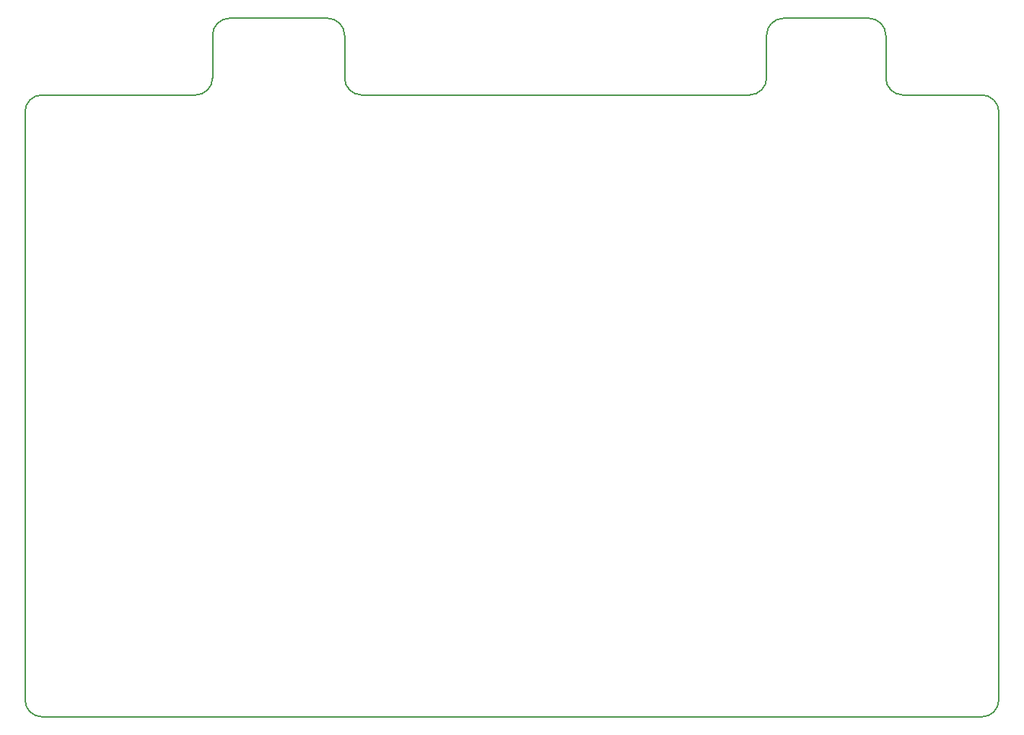
<source format=gbr>
%TF.GenerationSoftware,KiCad,Pcbnew,(2017-09-19 revision dddaa7e69)-makepkg*%
%TF.CreationDate,2017-10-17T20:10:02+02:00*%
%TF.ProjectId,lets_split,6C6574735F73706C69742E6B69636164,rev?*%
%TF.SameCoordinates,Original*%
%TF.FileFunction,Profile,NP*%
%FSLAX46Y46*%
G04 Gerber Fmt 4.6, Leading zero omitted, Abs format (unit mm)*
G04 Created by KiCad (PCBNEW (2017-09-19 revision dddaa7e69)-makepkg) date 10/17/17 20:10:02*
%MOMM*%
%LPD*%
G01*
G04 APERTURE LIST*
%ADD10C,0.150000*%
G04 APERTURE END LIST*
D10*
X105000000Y-56000000D02*
X116500000Y-56000000D01*
X101000000Y-65000000D02*
G75*
G03X103000000Y-63000000I0J2000000D01*
G01*
X103000000Y-63000000D02*
X103000000Y-58000000D01*
X105000000Y-56000000D02*
G75*
G03X103000000Y-58000000I0J-2000000D01*
G01*
X118500000Y-63000000D02*
G75*
G03X120500000Y-65000000I2000000J0D01*
G01*
X118500000Y-58000000D02*
G75*
G03X116500000Y-56000000I-2000000J0D01*
G01*
X118500000Y-63000000D02*
X118500000Y-58000000D01*
X166000000Y-65000000D02*
G75*
G03X168000000Y-63000000I0J2000000D01*
G01*
X170000000Y-56000000D02*
G75*
G03X168000000Y-58000000I0J-2000000D01*
G01*
X168000000Y-63000000D02*
X168000000Y-58000000D01*
X182000000Y-63000000D02*
X182000000Y-58000000D01*
X182000000Y-63000000D02*
G75*
G03X184000000Y-65000000I2000000J0D01*
G01*
X182000000Y-58000000D02*
G75*
G03X180000000Y-56000000I-2000000J0D01*
G01*
X170000000Y-56000000D02*
X180000000Y-56000000D01*
X83000000Y-65000000D02*
G75*
G03X81000000Y-67000000I0J-2000000D01*
G01*
X81000000Y-136000000D02*
G75*
G03X83000000Y-138000000I2000000J0D01*
G01*
X193250000Y-138000000D02*
G75*
G03X195250000Y-136000000I0J2000000D01*
G01*
X195250000Y-67000000D02*
G75*
G03X193250000Y-65000000I-2000000J0D01*
G01*
X193250000Y-138000000D02*
X83000000Y-138000000D01*
X195250000Y-67000000D02*
X195250000Y-136000000D01*
X184000000Y-65000000D02*
X193250000Y-65000000D01*
X81000000Y-136000000D02*
X81000000Y-67000000D01*
X120500000Y-65000000D02*
X166000000Y-65000000D01*
X83000000Y-65000000D02*
X101000000Y-65000000D01*
M02*

</source>
